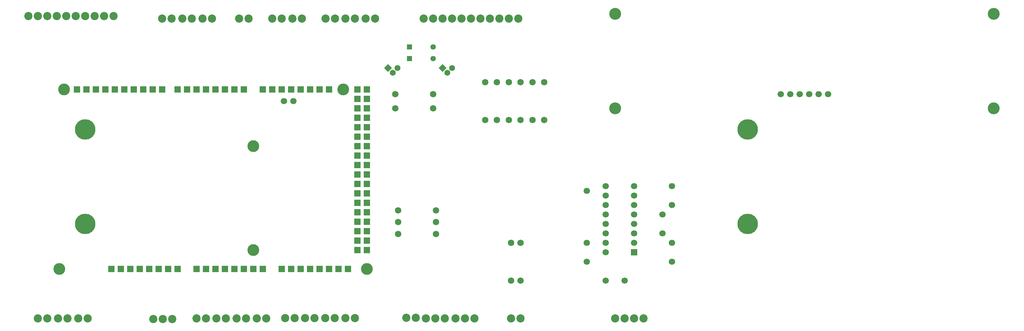
<source format=gbr>
G04 DipTrace 3.0.0.1*
G04 TopMask.gbr*
%MOMM*%
G04 #@! TF.FileFunction,Soldermask,Top*
G04 #@! TF.Part,Single*
%AMOUTLINE1*5,1,4,0,0,2.08284,-90.0*%
%ADD29C,3.175*%
%ADD30C,5.5*%
%ADD31C,3.2*%
%ADD39C,1.7*%
%ADD41C,1.6*%
%ADD43C,1.7*%
%ADD45C,1.724*%
%ADD47C,1.724*%
%ADD49C,1.47*%
%ADD51R,1.47X1.47*%
%ADD53R,1.7X1.7*%
%ADD55C,2.2*%
%ADD62OUTLINE1*%
%FSLAX35Y35*%
G04*
G71*
G90*
G75*
G01*
G04 TopMask*
%LPD*%
D55*
X2540000Y8890000D3*
X2794000D3*
X3048000D3*
X3302000D3*
X2032000D3*
X2286000D3*
X8096250Y8826500D3*
X8350250D3*
X11160123Y777873D3*
X11414123D3*
X11684000Y762000D3*
X11938000D3*
X12192000D3*
X8985250Y8826500D3*
X9239250D3*
X7556500D3*
X7810500D3*
X6667500D3*
X6921500D3*
X5683250D3*
X5937250D3*
X5143500D3*
X5397500D3*
X12477750Y762000D3*
X12731750D3*
X12985750D3*
D53*
X10096500Y2603500D3*
Y2857500D3*
Y3111500D3*
Y3365500D3*
Y3619500D3*
Y3873500D3*
Y4127500D3*
Y4381500D3*
Y4635500D3*
Y4889500D3*
Y5143500D3*
Y5397500D3*
Y5651500D3*
Y5905500D3*
Y6159500D3*
Y6413500D3*
Y6667500D3*
X9842500Y6921500D3*
Y2603500D3*
Y2857500D3*
Y3111500D3*
Y3365500D3*
Y3619500D3*
Y3873500D3*
Y4127500D3*
Y4381500D3*
Y4635500D3*
Y4889500D3*
Y5143500D3*
Y5397500D3*
Y5651500D3*
Y5905500D3*
Y6159500D3*
Y6413500D3*
Y6667500D3*
X10096500Y6921500D3*
X4508500Y2095500D3*
X4000500D3*
X3746500D3*
X3492500D3*
X3238500D3*
X6794500D3*
X6540500D3*
X6286500D3*
X6032500D3*
X5778500D3*
X5524500D3*
X4605020Y6921500D3*
X4351020D3*
X4097020D3*
X3843020D3*
X3589020D3*
X3335020D3*
X3081020D3*
X2824480D3*
X2573020D3*
X2319020D3*
X6794500D3*
X6540500D3*
X6286500D3*
X6032500D3*
X5778500D3*
X5524500D3*
X5270500D3*
X5016500D3*
X7302500D3*
X7556500D3*
X7810500D3*
X8064500D3*
X8318500D3*
X8572500D3*
X8826500D3*
X9080500D3*
X7048500Y2095500D3*
X7302500D3*
X7810500D3*
X8064500D3*
X8318500D3*
X8572500D3*
X8826500D3*
X9080500D3*
X9334500D3*
X9588500D3*
X4254500D3*
X5016500D3*
X4762500D3*
D29*
X1841500D3*
X1968500Y6921500D3*
X7048500Y2603500D3*
Y5397500D3*
X10096500Y2095500D3*
X9461500Y6921500D3*
D55*
X1016000Y8890000D3*
X1270000D3*
D51*
X11239500Y8064500D3*
D49*
X11874500D3*
D55*
X4603750Y8826500D3*
X4857750D3*
X11620500D3*
X11874500D3*
X12128500D3*
X12381220Y8825657D3*
X12635220D3*
X12889220D3*
X13144500Y8826500D3*
X13398500D3*
X13652500D3*
X13906500D3*
X14160500D3*
X9525000D3*
X9779000D3*
X10064750D3*
X10318750D3*
X1270000Y762000D3*
X1524000D3*
X1809753D3*
X2063753D3*
X2349503D3*
X2603503D3*
X1524000Y8890000D3*
X1778000D3*
D47*
X11874500Y6794500D3*
D45*
X10858500D3*
D51*
X11239500Y7747000D3*
D49*
X11874500D3*
D55*
X5523703Y762557D3*
X5777703D3*
X6062983Y761567D3*
X6316983D3*
X6604000Y762000D3*
X6858000D3*
X7144333Y763443D3*
X7398333D3*
X7901193Y771533D3*
X8155193D3*
X8441527Y773223D3*
X8695527D3*
X8981263Y773350D3*
X9235263D3*
X9521140Y773347D3*
X9775140D3*
X4364227Y745450D3*
X4618227D3*
X4872227D3*
D53*
X17272000Y2540000D3*
D43*
Y2794000D3*
Y3048000D3*
Y3302000D3*
Y3556000D3*
Y3810000D3*
Y4064000D3*
Y4318000D3*
X16510000D3*
Y4064000D3*
Y3810000D3*
Y3556000D3*
Y3302000D3*
Y3048000D3*
Y2794000D3*
Y2540000D3*
D47*
X13589000Y7112000D3*
D45*
Y6096000D3*
D47*
X13271500Y7112000D3*
D45*
Y6096000D3*
D47*
X13906500Y7112000D3*
D45*
Y6096000D3*
D47*
X14224000Y7112000D3*
D45*
Y6096000D3*
D47*
X14541500Y7112000D3*
D45*
Y6096000D3*
D47*
X14859000Y7112000D3*
D45*
Y6096000D3*
D47*
X10858500Y6413500D3*
D45*
X11874500D3*
D47*
X10936333Y3666287D3*
D45*
X11952333D3*
D47*
X10936333Y3348787D3*
D45*
X11952333D3*
D47*
X10936333Y3031287D3*
D45*
X11952333D3*
D30*
X2540000Y5842000D3*
Y3302000D3*
D41*
X12382500Y7493000D3*
X12255500Y7366000D3*
D62*
X12128500Y7493000D3*
D41*
X10922000D3*
X10795000Y7366000D3*
D62*
X10668000Y7493000D3*
D39*
X18288000Y2286000D3*
Y2794000D3*
X18034000Y3556000D3*
Y3048000D3*
X18288000Y3810000D3*
Y4318000D3*
X16002000Y2286000D3*
Y2794000D3*
X16510000Y1778000D3*
X17018000D3*
D55*
X16764000Y762000D3*
X17018000D3*
X17272000D3*
X17526000D3*
D39*
X7874000Y6604000D3*
X8128000D3*
X16002000Y4191000D3*
D55*
X13970000Y762000D3*
X14224000D3*
D47*
X13970000Y1778000D3*
D45*
Y2794000D3*
D47*
X14224000Y1778000D3*
D45*
Y2794000D3*
D39*
X22479000Y6794500D3*
X21209000D3*
D31*
X26924000Y6413500D3*
Y8953500D3*
X16764000D3*
Y6413500D3*
D39*
X22225000Y6794500D3*
X21971000D3*
X21717000D3*
X21463000D3*
D30*
X20320000Y5842000D3*
Y3302000D3*
M02*

</source>
